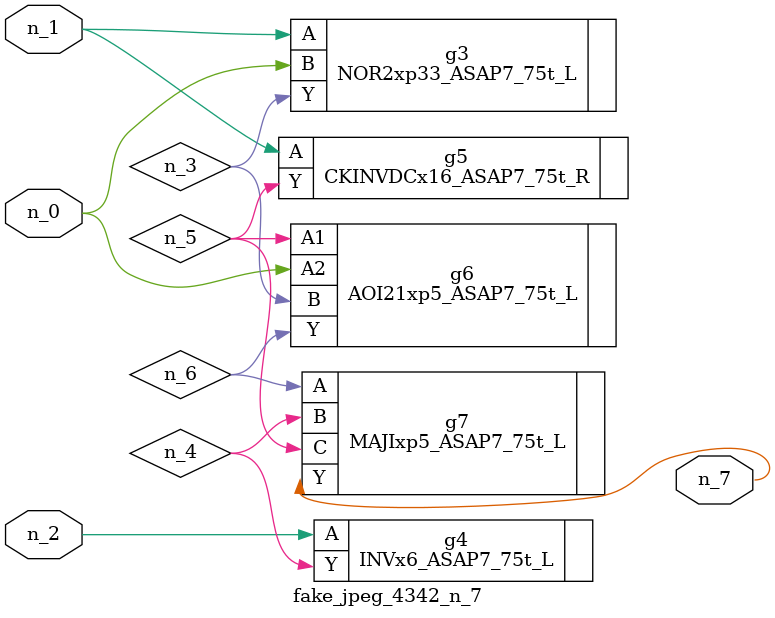
<source format=v>
module fake_jpeg_4342_n_7 (n_0, n_2, n_1, n_7);

input n_0;
input n_2;
input n_1;

output n_7;

wire n_3;
wire n_4;
wire n_6;
wire n_5;

NOR2xp33_ASAP7_75t_L g3 ( 
.A(n_1),
.B(n_0),
.Y(n_3)
);

INVx6_ASAP7_75t_L g4 ( 
.A(n_2),
.Y(n_4)
);

CKINVDCx16_ASAP7_75t_R g5 ( 
.A(n_1),
.Y(n_5)
);

AOI21xp5_ASAP7_75t_L g6 ( 
.A1(n_5),
.A2(n_0),
.B(n_3),
.Y(n_6)
);

MAJIxp5_ASAP7_75t_L g7 ( 
.A(n_6),
.B(n_4),
.C(n_5),
.Y(n_7)
);


endmodule
</source>
